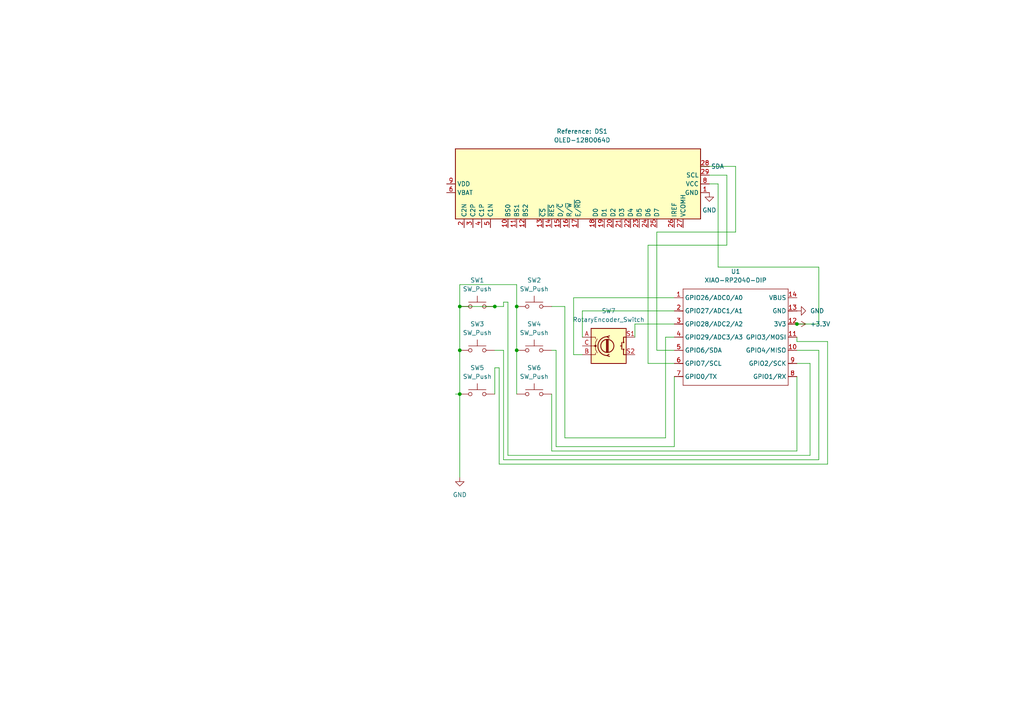
<source format=kicad_sch>
(kicad_sch (version 20250114) (generator "eeschema") (generator_version "9.0")
  (paper "A4")
  (lib_symbols
    (symbol "Device:RotaryEncoder_Switch" (pin_names (offset 0.254) (hide yes))
      (property "Reference" "SW" (at 0 6.604 0))
      (property "Value" "RotaryEncoder_Switch" (at 0 -6.604 0))
      (symbol "RotaryEncoder_Switch_0_1"
        (rectangle (start -5.08 5.08) (end 5.08 -5.08) (stroke (width 0.254)) (fill (type background)))
        (polyline (pts (xy -5.08 2.54) (xy -3.81 2.54) (xy -3.81 2.032)))
        (polyline (pts (xy -5.08 0) (xy -3.81 0) (xy -3.81 -1.016) (xy -3.302 -2.032)))
        (polyline (pts (xy -5.08 -2.54) (xy -3.81 -2.54) (xy -3.81 -2.032)))
        (polyline (pts (xy -4.318 0) (xy -3.81 0) (xy -3.81 1.016) (xy -3.302 2.032)))
        (circle (center -3.81 0) (radius 0.254) (fill (type outline)))
        (polyline (pts (xy -0.635 -1.778) (xy -0.635 1.778)) (stroke (width 0.254)))
        (circle (center -0.381 0) (radius 1.905) (stroke (width 0.254)))
        (polyline (pts (xy -0.381 -1.778) (xy -0.381 1.778)) (stroke (width 0.254)))
        (arc (start -0.381 -2.794) (mid -3.0988 -0.0635) (end -0.381 2.667) (stroke (width 0.254)))
        (polyline (pts (xy -0.127 1.778) (xy -0.127 -1.778)) (stroke (width 0.254)))
        (polyline (pts (xy 0.254 2.921) (xy -0.508 2.667) (xy 0.127 2.286)) (stroke (width 0.254)))
        (polyline (pts (xy 0.254 -3.048) (xy -0.508 -2.794) (xy 0.127 -2.413)) (stroke (width 0.254)))
        (polyline (pts (xy 3.81 1.016) (xy 3.81 -1.016)) (stroke (width 0.254)))
        (polyline (pts (xy 3.81 0) (xy 3.429 0)) (stroke (width 0.254)))
        (circle (center 4.318 1.016) (radius 0.127) (stroke (width 0.254)))
        (circle (center 4.318 -1.016) (radius 0.127) (stroke (width 0.254)))
        (polyline (pts (xy 5.08 2.54) (xy 4.318 2.54) (xy 4.318 1.016)) (stroke (width 0.254)))
        (polyline (pts (xy 5.08 -2.54) (xy 4.318 -2.54) (xy 4.318 -1.016)) (stroke (width 0.254)))
      )
      (symbol "RotaryEncoder_Switch_1_1"
        (pin passive line (at -7.62 2.54 0) (length 2.54) (name "A") (number "A"))
        (pin passive line (at -7.62 0 0) (length 2.54) (name "C") (number "C"))
        (pin passive line (at -7.62 -2.54 0) (length 2.54) (name "B") (number "B"))
        (pin passive line (at 7.62 2.54 180) (length 2.54) (name "S1") (number "S1"))
        (pin passive line (at 7.62 -2.54 180) (length 2.54) (name "S2") (number "S2"))
      )
    )
    (symbol "Display_Graphic:OLED-128O064D"
      (property "Reference" "DS1" (at 15.24 -1.2065 90) (show_name))
      (property "Value" "OLED-128O064D" (at 12.7 -1.2065 90))
      (symbol "OLED-128O064D_0_1"
        (rectangle (start -10.16 35.56) (end 10.16 -35.56) (stroke (width 0.254)) (fill (type background)))
      )
      (symbol "OLED-128O064D_1_1"
        (pin passive line (at -12.7 33.02 0) (length 2.54) (name "C2N") (number "2"))
        (pin passive line (at -12.7 30.48 0) (length 2.54) (name "C2P") (number "3"))
        (pin passive line (at -12.7 27.94 0) (length 2.54) (name "C1P") (number "4"))
        (pin passive line (at -12.7 25.4 0) (length 2.54) (name "C1N") (number "5"))
        (pin input line (at -12.7 20.32 0) (length 2.54) (name "BS0") (number "10"))
        (pin input line (at -12.7 17.78 0) (length 2.54) (name "BS1") (number "11"))
        (pin input line (at -12.7 15.24 0) (length 2.54) (name "BS2") (number "12"))
        (pin input line (at -12.7 10.16 0) (length 2.54) (name "~{CS}") (number "13"))
        (pin input line (at -12.7 7.62 0) (length 2.54) (name "~{RES}") (number "14"))
        (pin input line (at -12.7 5.08 0) (length 2.54) (name "D/~{C}") (number "15"))
        (pin input line (at -12.7 2.54 0) (length 2.54) (name "R/~{W}") (number "16"))
        (pin input line (at -12.7 0 0) (length 2.54) (name "E/~{RD}") (number "17"))
        (pin bidirectional line (at -12.7 -5.08 0) (length 2.54) (name "D0") (number "18"))
        (pin bidirectional line (at -12.7 -7.62 0) (length 2.54) (name "D1") (number "19"))
        (pin bidirectional line (at -12.7 -10.16 0) (length 2.54) (name "D2") (number "20"))
        (pin bidirectional line (at -12.7 -12.7 0) (length 2.54) (name "D3") (number "21"))
        (pin bidirectional line (at -12.7 -15.24 0) (length 2.54) (name "D4") (number "22"))
        (pin bidirectional line (at -12.7 -17.78 0) (length 2.54) (name "D5") (number "23"))
        (pin bidirectional line (at -12.7 -20.32 0) (length 2.54) (name "D6") (number "24"))
        (pin bidirectional line (at -12.7 -22.86 0) (length 2.54) (name "D7") (number "25"))
        (pin passive line (at -12.7 -27.94 0) (length 2.54) (name "IREF") (number "26"))
        (pin passive line (at -12.7 -30.48 0) (length 2.54) (name "VCOMH") (number "27"))
        (pin power_in line (at -2.54 38.1 270) (length 2.54) (name "VBAT") (number "6"))
        (pin passive line (at -2.54 -38.1 90) (length 2.54) (name "GND") (number "1"))
        (pin passive line (at -2.54 -38.1 90) (length 2.54) (hide yes) (name "GND") (number "30"))
        (pin power_in line (at 0 38.1 270) (length 2.54) (name "VDD") (number "9"))
        (pin power_in line (at 0 -38.1 90) (length 2.54) (name "VCC") (number "8"))
        (pin passive line (at 2.54 -38.1 90) (length 2.54) (name "SCL") (number "29"))
        (pin passive line (at 5.08 -35.56 270) (length 2.54) (name "SDA") (number "28"))
        (pin no_connect line (at 10.16 0 180) (length 2.54) (hide yes) (name "NC") (number "7"))
      )
    )
    (symbol "OPL:XIAO-RP2040-DIP"
      (property "Reference" "U" (at 0 0 0))
      (property "Value" "XIAO-RP2040-DIP" (at 5.334 -1.778 0))
      (symbol "XIAO-RP2040-DIP_1_0"
        (polyline (pts (xy -1.27 -2.54) (xy 29.21 -2.54)) (stroke (width 0.1524)))
        (polyline (pts (xy -1.27 -5.08) (xy -2.54 -5.08)) (stroke (width 0.1524)))
        (polyline (pts (xy -1.27 -5.08) (xy -1.27 -2.54)) (stroke (width 0.1524)))
        (polyline (pts (xy -1.27 -8.89) (xy -2.54 -8.89)) (stroke (width 0.1524)))
        (polyline (pts (xy -1.27 -8.89) (xy -1.27 -5.08)) (stroke (width 0.1524)))
        (polyline (pts (xy -1.27 -12.7) (xy -2.54 -12.7)) (stroke (width 0.1524)))
        (polyline (pts (xy -1.27 -12.7) (xy -1.27 -8.89)) (stroke (width 0.1524)))
        (polyline (pts (xy -1.27 -16.51) (xy -2.54 -16.51)) (stroke (width 0.1524)))
        (polyline (pts (xy -1.27 -16.51) (xy -1.27 -12.7)) (stroke (width 0.1524)))
        (polyline (pts (xy -1.27 -20.32) (xy -2.54 -20.32)) (stroke (width 0.1524)))
        (polyline (pts (xy -1.27 -24.13) (xy -2.54 -24.13)) (stroke (width 0.1524)))
        (polyline (pts (xy -1.27 -27.94) (xy -2.54 -27.94)) (stroke (width 0.1524)))
        (polyline (pts (xy -1.27 -30.48) (xy -1.27 -16.51)) (stroke (width 0.1524)))
        (polyline (pts (xy 29.21 -2.54) (xy 29.21 -5.08)) (stroke (width 0.1524)))
        (polyline (pts (xy 29.21 -5.08) (xy 29.21 -8.89)) (stroke (width 0.1524)))
        (polyline (pts (xy 29.21 -8.89) (xy 29.21 -12.7)) (stroke (width 0.1524)))
        (polyline (pts (xy 29.21 -12.7) (xy 29.21 -30.48)) (stroke (width 0.1524)))
        (polyline (pts (xy 29.21 -30.48) (xy -1.27 -30.48)) (stroke (width 0.1524)))
        (polyline (pts (xy 30.48 -5.08) (xy 29.21 -5.08)) (stroke (width 0.1524)))
        (polyline (pts (xy 30.48 -8.89) (xy 29.21 -8.89)) (stroke (width 0.1524)))
        (polyline (pts (xy 30.48 -12.7) (xy 29.21 -12.7)) (stroke (width 0.1524)))
        (polyline (pts (xy 30.48 -16.51) (xy 29.21 -16.51)) (stroke (width 0.1524)))
        (polyline (pts (xy 30.48 -20.32) (xy 29.21 -20.32)) (stroke (width 0.1524)))
        (polyline (pts (xy 30.48 -24.13) (xy 29.21 -24.13)) (stroke (width 0.1524)))
        (polyline (pts (xy 30.48 -27.94) (xy 29.21 -27.94)) (stroke (width 0.1524)))
        (pin passive line (at -3.81 -5.08 0) (length 2.54) (name "GPIO26/ADC0/A0") (number "1"))
        (pin passive line (at -3.81 -8.89 0) (length 2.54) (name "GPIO27/ADC1/A1") (number "2"))
        (pin passive line (at -3.81 -12.7 0) (length 2.54) (name "GPIO28/ADC2/A2") (number "3"))
        (pin passive line (at -3.81 -16.51 0) (length 2.54) (name "GPIO29/ADC3/A3") (number "4"))
        (pin passive line (at -3.81 -20.32 0) (length 2.54) (name "GPIO6/SDA") (number "5"))
        (pin passive line (at -3.81 -24.13 0) (length 2.54) (name "GPIO7/SCL") (number "6"))
        (pin passive line (at -3.81 -27.94 0) (length 2.54) (name "GPIO0/TX") (number "7"))
        (pin passive line (at 31.75 -5.08 180) (length 2.54) (name "VBUS") (number "14"))
        (pin passive line (at 31.75 -8.89 180) (length 2.54) (name "GND") (number "13"))
        (pin passive line (at 31.75 -12.7 180) (length 2.54) (name "3V3") (number "12"))
        (pin passive line (at 31.75 -16.51 180) (length 2.54) (name "GPIO3/MOSI") (number "11"))
        (pin passive line (at 31.75 -20.32 180) (length 2.54) (name "GPIO4/MISO") (number "10"))
        (pin passive line (at 31.75 -24.13 180) (length 2.54) (name "GPIO2/SCK") (number "9"))
        (pin passive line (at 31.75 -27.94 180) (length 2.54) (name "GPIO1/RX") (number "8"))
      )
    )
    (symbol "Switch:SW_Push" (pin_numbers (hide yes)) (pin_names (offset 1.016) (hide yes))
      (property "Reference" "SW" (at 1.27 2.54 0))
      (property "Value" "SW_Push" (at 0 -1.524 0))
      (symbol "SW_Push_0_1"
        (circle (center -2.032 0) (radius 0.508))
        (polyline (pts (xy 0 1.27) (xy 0 3.048)))
        (circle (center 2.032 0) (radius 0.508))
        (polyline (pts (xy 2.54 1.27) (xy -2.54 1.27)))
        (pin passive line (at -5.08 0 0) (length 2.54) (name "1") (number "1"))
        (pin passive line (at 5.08 0 180) (length 2.54) (name "2") (number "2"))
      )
    )
    (symbol "power:+3.3V" (power) (pin_numbers (hide yes)) (pin_names (offset 0) (hide yes))
      (property "Value" "+3.3V" (at 0 3.556 0))
      (symbol "+3.3V_0_1"
        (polyline (pts (xy -0.762 1.27) (xy 0 2.54)))
        (polyline (pts (xy 0 2.54) (xy 0.762 1.27)))
        (polyline (pts (xy 0 0) (xy 0 2.54)))
      )
      (symbol "+3.3V_1_1"
        (pin power_in line (at 0 0 90) (length 0) (name "~") (number "1"))
      )
    )
    (symbol "power:GND" (power) (pin_numbers (hide yes)) (pin_names (offset 0) (hide yes))
      (property "Value" "GND" (at 0 -3.81 0))
      (symbol "GND_0_1"
        (polyline (pts (xy 0 0) (xy 0 -1.27) (xy 1.27 -1.27) (xy 0 -2.54) (xy -1.27 -1.27) (xy 0 -1.27)))
      )
      (symbol "GND_1_1"
        (pin power_in line (at 0 0 270) (length 0) (name "~") (number "1"))
      )
    )
  )
  (junction (at 143.51 88.9))
  (junction (at 133.35 101.6))
  (junction (at 149.86 101.6))
  (junction (at 133.35 114.3))
  (junction (at 149.86 88.9))
  (junction (at 133.35 88.9))
  (junction (at 231.14 93.98))
  (wire (pts (xy 237.49 133.35) (xy 237.49 101.6)))
  (wire (pts (xy 147.32 132.08) (xy 234.95 132.08)))
  (wire (pts (xy 160.02 88.9) (xy 163.83 88.9)))
  (wire (pts (xy 143.51 106.68) (xy 143.51 114.3)))
  (wire (pts (xy 187.96 71.12) (xy 187.96 105.41)))
  (wire (pts (xy 237.49 77.47) (xy 237.49 93.98)))
  (wire (pts (xy 195.58 109.22) (xy 195.58 129.54)))
  (wire (pts (xy 133.35 82.55) (xy 149.86 82.55)))
  (wire (pts (xy 187.96 105.41) (xy 195.58 105.41)))
  (wire (pts (xy 166.37 86.36) (xy 195.58 86.36)))
  (wire (pts (xy 133.35 114.3) (xy 133.35 138.43)))
  (wire (pts (xy 160.02 114.3) (xy 160.02 130.81)))
  (wire (pts (xy 190.5 67.31) (xy 190.5 101.6)))
  (wire (pts (xy 146.05 101.6) (xy 146.05 133.35)))
  (wire (pts (xy 184.15 93.98) (xy 195.58 93.98)))
  (wire (pts (xy 161.29 129.54) (xy 195.58 129.54)))
  (wire (pts (xy 168.91 90.17) (xy 195.58 90.17)))
  (wire (pts (xy 205.74 50.8) (xy 210.82 50.8)))
  (wire (pts (xy 143.51 88.9) (xy 133.35 88.9)))
  (wire (pts (xy 190.5 101.6) (xy 195.58 101.6)))
  (wire (pts (xy 208.28 77.47) (xy 237.49 77.47)))
  (wire (pts (xy 213.36 67.31) (xy 190.5 67.31)))
  (wire (pts (xy 133.35 88.9) (xy 133.35 101.6)))
  (wire (pts (xy 237.49 101.6) (xy 231.14 101.6)))
  (wire (pts (xy 144.78 106.68) (xy 143.51 106.68)))
  (wire (pts (xy 133.35 82.55) (xy 133.35 88.9)))
  (wire (pts (xy 168.91 102.87) (xy 166.37 102.87)))
  (wire (pts (xy 146.05 87.63) (xy 146.05 88.9)))
  (wire (pts (xy 166.37 102.87) (xy 166.37 86.36)))
  (wire (pts (xy 133.35 101.6) (xy 133.35 114.3)))
  (wire (pts (xy 193.04 97.79) (xy 195.58 97.79)))
  (wire (pts (xy 184.15 97.79) (xy 184.15 93.98)))
  (wire (pts (xy 147.32 87.63) (xy 146.05 87.63)))
  (wire (pts (xy 144.78 106.68) (xy 144.78 134.62)))
  (wire (pts (xy 168.91 97.79) (xy 168.91 90.17)))
  (wire (pts (xy 231.14 130.81) (xy 231.14 109.22)))
  (wire (pts (xy 144.78 134.62) (xy 240.03 134.62)))
  (wire (pts (xy 149.86 82.55) (xy 149.86 88.9)))
  (wire (pts (xy 203.2 48.26) (xy 213.36 48.26)))
  (wire (pts (xy 210.82 71.12) (xy 187.96 71.12)))
  (wire (pts (xy 231.14 99.06) (xy 231.14 97.79)))
  (wire (pts (xy 146.05 88.9) (xy 143.51 88.9)))
  (wire (pts (xy 234.95 132.08) (xy 234.95 105.41)))
  (wire (pts (xy 205.74 53.34) (xy 208.28 53.34)))
  (wire (pts (xy 240.03 134.62) (xy 240.03 99.06)))
  (wire (pts (xy 132.08 114.3) (xy 133.35 114.3)))
  (wire (pts (xy 149.86 101.6) (xy 149.86 114.3)))
  (wire (pts (xy 193.04 127) (xy 193.04 97.79)))
  (wire (pts (xy 161.29 101.6) (xy 161.29 129.54)))
  (wire (pts (xy 160.02 101.6) (xy 161.29 101.6)))
  (wire (pts (xy 208.28 53.34) (xy 208.28 77.47)))
  (wire (pts (xy 163.83 88.9) (xy 163.83 127)))
  (wire (pts (xy 163.83 127) (xy 193.04 127)))
  (wire (pts (xy 231.14 105.41) (xy 234.95 105.41)))
  (wire (pts (xy 160.02 130.81) (xy 231.14 130.81)))
  (wire (pts (xy 146.05 133.35) (xy 237.49 133.35)))
  (wire (pts (xy 240.03 99.06) (xy 231.14 99.06)))
  (wire (pts (xy 213.36 48.26) (xy 213.36 67.31)))
  (wire (pts (xy 147.32 87.63) (xy 147.32 132.08)))
  (wire (pts (xy 149.86 88.9) (xy 149.86 101.6)))
  (wire (pts (xy 210.82 50.8) (xy 210.82 71.12)))
  (wire (pts (xy 143.51 101.6) (xy 146.05 101.6)))
  (wire (pts (xy 231.14 93.98) (xy 237.49 93.98)))
  (symbol (lib_id "Switch:SW_Push") (at 154.94 101.6 0) (unit 1)
    (property "Reference" "SW4" (at 154.94 93.98 0))
    (property "Value" "SW_Push" (at 154.94 96.52 0))
    (property "Footprint" "Button_Switch_Keyboard:SW_Cherry_MX_1.00u_PCB" (effects (hide yes)))
    (property "Description" "Push button switch, generic, two pins" (effects (hide yes)))
  )
  (symbol (lib_id "Switch:SW_Push") (at 138.43 101.6 0) (unit 1)
    (property "Reference" "SW3" (at 138.43 93.98 0))
    (property "Value" "SW_Push" (at 138.43 96.52 0))
    (property "Footprint" "Button_Switch_Keyboard:SW_Cherry_MX_1.00u_PCB" (effects (hide yes)))
    (property "Description" "Push button switch, generic, two pins" (effects (hide yes)))
  )
  (symbol (lib_id "Switch:SW_Push") (at 138.43 88.9 0) (unit 1)
    (property "Reference" "SW1" (at 138.43 81.28 0))
    (property "Value" "SW_Push" (at 138.43 83.82 0))
    (property "Footprint" "Button_Switch_Keyboard:SW_Cherry_MX_1.00u_PCB" (effects (hide yes)))
    (property "Description" "Push button switch, generic, two pins" (effects (hide yes)))
  )
  (symbol (lib_id "Switch:SW_Push") (at 138.43 114.3 0) (unit 1)
    (property "Reference" "SW5" (at 138.43 106.68 0))
    (property "Value" "SW_Push" (at 138.43 109.22 0))
    (property "Footprint" "Button_Switch_Keyboard:SW_Cherry_MX_1.00u_PCB" (effects (hide yes)))
    (property "Description" "Push button switch, generic, two pins" (effects (hide yes)))
  )
  (symbol (lib_id "power:GND") (at 133.35 138.43 0) (unit 1)
    (property "Reference" "#PWR02" (effects (hide yes)))
    (property "Value" "GND" (at 133.35 143.51 0))
    (property "Description" "Power symbol creates a global label with name \"GND\" , ground" (effects (hide yes)))
  )
  (symbol (lib_id "Display_Graphic:OLED-128O064D") (at 167.64 53.34 90) (unit 1)
    (property "Reference" "DS1" (at 168.8465 38.1 90) (show_name yes))
    (property "Value" "OLED-128O064D" (at 168.8465 40.64 90))
    (property "Footprint" "Display:OLED-128O064D" (effects (hide yes)))
    (property "Datasheet" "https://www.vishay.com/docs/37902/oled128o064dbpp3n00000.pdf" (effects (hide yes)))
    (property "Description" "OLED display 128x64" (effects (hide yes)))
  )
  (symbol (lib_id "power:+3.3V") (at 231.14 93.98 270) (unit 1)
    (property "Reference" "#PWR03" (effects (hide yes)))
    (property "Value" "+3.3V" (at 234.95 93.9799 90) (effects (justify left)))
    (property "Description" "Power symbol creates a global label with name \"+3.3V\"" (effects (hide yes)))
  )
  (symbol (lib_id "power:GND") (at 205.74 55.88 0) (unit 1)
    (property "Reference" "#PWR04" (effects (hide yes)))
    (property "Value" "GND" (at 205.74 60.96 0))
    (property "Description" "Power symbol creates a global label with name \"GND\" , ground" (effects (hide yes)))
  )
  (symbol (lib_id "power:GND") (at 231.14 90.17 90) (unit 1)
    (property "Reference" "#PWR01" (effects (hide yes)))
    (property "Value" "GND" (at 234.95 90.1699 90) (effects (justify right)))
    (property "Description" "Power symbol creates a global label with name \"GND\" , ground" (effects (hide yes)))
  )
  (symbol (lib_id "Device:RotaryEncoder_Switch") (at 176.53 100.33 0) (unit 1)
    (property "Reference" "SW7" (at 176.53 90.17 0))
    (property "Value" "RotaryEncoder_Switch" (at 176.53 92.71 0))
    (property "Footprint" "Rotary_Encoder:RotaryEncoder_Alps_EC11E-Switch_Vertical_H20mm" (effects (hide yes)))
    (property "Description" "Rotary encoder, dual channel, incremental quadrate outputs, with switch" (effects (hide yes)))
  )
  (symbol (lib_id "OPL:XIAO-RP2040-DIP") (at 199.39 81.28 0) (unit 1)
    (property "Reference" "U1" (at 213.36 78.74 0))
    (property "Value" "XIAO-RP2040-DIP" (at 213.36 81.28 0))
    (property "Footprint" "OPL:XIAO-RP2040-DIP" (effects (hide yes)))
  )
  (symbol (lib_id "Switch:SW_Push") (at 154.94 88.9 0) (unit 1)
    (property "Reference" "SW2" (at 154.94 81.28 0))
    (property "Value" "SW_Push" (at 154.94 83.82 0))
    (property "Footprint" "Button_Switch_Keyboard:SW_Cherry_MX_1.00u_PCB" (effects (hide yes)))
    (property "Description" "Push button switch, generic, two pins" (effects (hide yes)))
  )
  (symbol (lib_id "Switch:SW_Push") (at 154.94 114.3 0) (unit 1)
    (property "Reference" "SW6" (at 154.94 106.68 0))
    (property "Value" "SW_Push" (at 154.94 109.22 0))
    (property "Footprint" "Button_Switch_Keyboard:SW_Cherry_MX_1.00u_PCB" (effects (hide yes)))
    (property "Description" "Push button switch, generic, two pins" (effects (hide yes)))
  )
)
</source>
